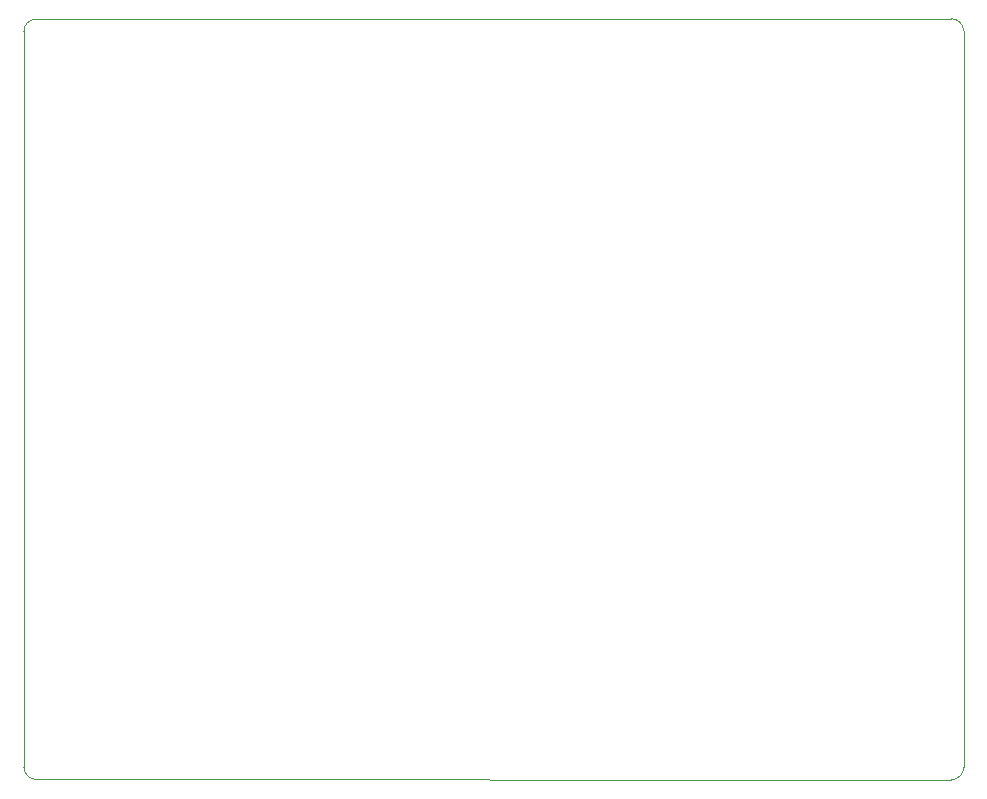
<source format=gbr>
%TF.GenerationSoftware,KiCad,Pcbnew,8.0.1*%
%TF.CreationDate,2024-04-20T18:08:00+02:00*%
%TF.ProjectId,proto_board_V3,70726f74-6f5f-4626-9f61-72645f56332e,rev?*%
%TF.SameCoordinates,Original*%
%TF.FileFunction,Profile,NP*%
%FSLAX46Y46*%
G04 Gerber Fmt 4.6, Leading zero omitted, Abs format (unit mm)*
G04 Created by KiCad (PCBNEW 8.0.1) date 2024-04-20 18:08:00*
%MOMM*%
%LPD*%
G01*
G04 APERTURE LIST*
%TA.AperFunction,Profile*%
%ADD10C,0.050000*%
%TD*%
G04 APERTURE END LIST*
D10*
X125000000Y-109790000D02*
X124997538Y-47462462D01*
X46472462Y-110817538D02*
X123950000Y-110840000D01*
X45422462Y-47492462D02*
X45422462Y-109767538D01*
X123947538Y-46412462D02*
X46472462Y-46442462D01*
X123947538Y-46412462D02*
G75*
G02*
X124997538Y-47462462I0J-1050000D01*
G01*
X46472462Y-110817538D02*
G75*
G02*
X45422462Y-109767538I0J1050000D01*
G01*
X45422462Y-47492462D02*
G75*
G02*
X46472462Y-46442462I1050000J0D01*
G01*
X125000000Y-109790000D02*
G75*
G02*
X123950000Y-110840000I-1050000J0D01*
G01*
M02*

</source>
